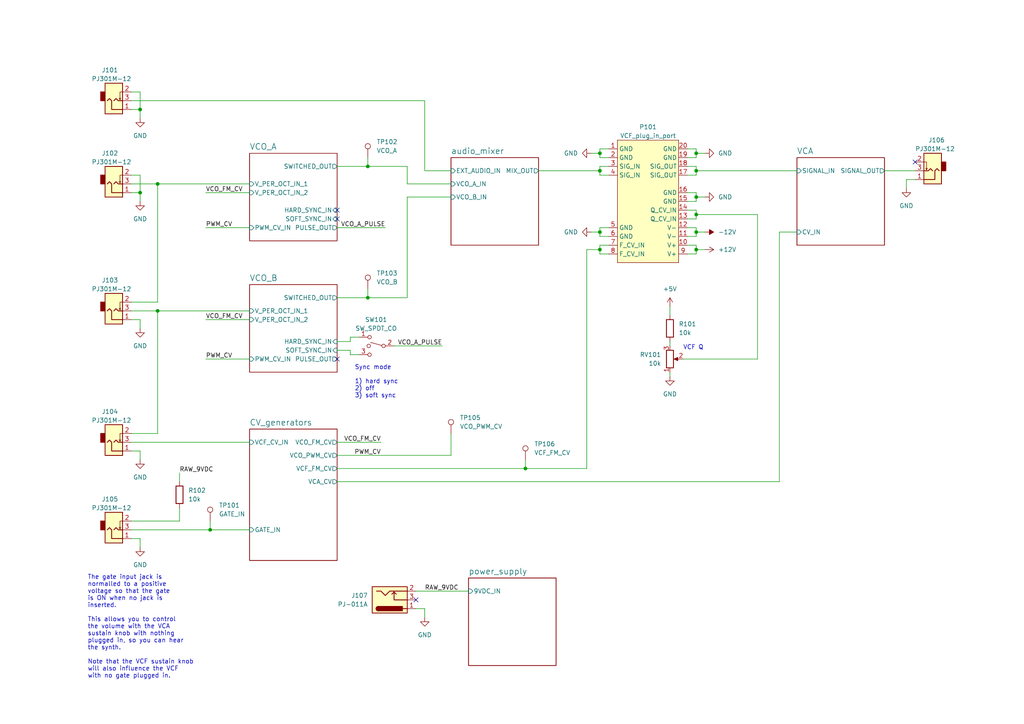
<source format=kicad_sch>
(kicad_sch (version 20211123) (generator eeschema)
  (paper "A4")
  (title_block (title "Micro-Pico Tiny Monosynth") (date "2022-08-28") (rev "0.1") (comment 1 "creativecommons.org/licences/by/4.0") (comment 2 "Licence: CC by 4.0") (comment 3 "Author: Jordan Aceto"))
  (lib_symbols
    (symbol "Connector:TestPoint" (pin_numbers hide) (pin_names (offset 0.762) hide)
      (property "Reference" "TP" (at 0 6.858 0))
      (property "Value" "TestPoint" (at 0 5.08 0))
      (symbol "TestPoint_0_1"
        (circle (center 0 3.302) (radius 0.762))
      )
      (symbol "TestPoint_1_1"
        (pin passive line (at 0 0 90) (length 2.54) (name "1") (number "1"))
      )
    )
    (symbol "Device:R" (pin_numbers hide) (pin_names (offset 0))
      (property "Reference" "R" (at 2.032 0 90))
      (property "Value" "R" (at 0 0 90))
      (symbol "R_0_1"
        (rectangle (start -1.016 -2.54) (end 1.016 2.54) (stroke (width 0.254)))
      )
      (symbol "R_1_1"
        (pin passive line (at 0 3.81 270) (length 1.27) (name "~") (number "1"))
        (pin passive line (at 0 -3.81 90) (length 1.27) (name "~") (number "2"))
      )
    )
    (symbol "Device:R_Potentiometer" (pin_names (offset 1.016) hide)
      (property "Reference" "RV" (at -4.445 0 90))
      (property "Value" "R_Potentiometer" (at -2.54 0 90))
      (symbol "R_Potentiometer_0_1"
        (polyline (pts (xy 2.54 0) (xy 1.524 0)))
        (polyline (pts (xy 1.143 0) (xy 2.286 0.508) (xy 2.286 -0.508) (xy 1.143 0)) (fill (type outline)))
        (rectangle (start 1.016 2.54) (end -1.016 -2.54) (stroke (width 0.254)))
      )
      (symbol "R_Potentiometer_1_1"
        (pin passive line (at 0 3.81 270) (length 1.27) (name "1") (number "1"))
        (pin passive line (at 3.81 0 180) (length 1.27) (name "2") (number "2"))
        (pin passive line (at 0 -3.81 90) (length 1.27) (name "3") (number "3"))
      )
    )
    (symbol "Switch:SW_SPDT_MSM" (pin_names (offset 0) hide)
      (property "Reference" "SW" (at 0 5.08 0))
      (property "Value" "SW_SPDT_MSM" (at 0 -5.08 0))
      (symbol "SW_SPDT_MSM_0_0"
        (circle (center -2.032 0) (radius 0.508))
        (polyline (pts (xy -1.524 0.127) (xy 1.778 1.016)))
        (circle (center 2.032 -2.54) (radius 0.508))
      )
      (symbol "SW_SPDT_MSM_0_1"
        (circle (center 2.032 2.54) (radius 0.508))
        (circle (center 2.286 0) (radius 0.508))
      )
      (symbol "SW_SPDT_MSM_1_1"
        (pin passive line (at 5.08 2.54 180) (length 2.54) (name "1") (number "1"))
        (pin passive line (at -5.08 0 0) (length 2.54) (name "2") (number "2"))
        (pin passive line (at 5.08 -2.54 180) (length 2.54) (name "3") (number "3"))
      )
    )
    (symbol "custom_symbols:PJ-011A" (pin_names hide)
      (property "Reference" "J107" (at -6.35 1.2701 0))
      (property "Value" "PJ-011A" (at -6.35 -1.2699 0))
      (symbol "PJ-011A_0_1"
        (rectangle (start -5.08 3.81) (end 5.08 -3.81) (stroke (width 0.254)) (fill (type background)))
        (arc (start -3.302 3.175) (mid -3.937 2.54) (end -3.302 1.905) (stroke (width 0.254)))
        (arc (start -3.302 3.175) (mid -3.937 2.54) (end -3.302 1.905) (stroke (width 0.254)) (fill (type outline)))
        (polyline (pts (xy 1.27 -2.286) (xy 1.905 -1.651)) (stroke (width 0.254)))
        (polyline (pts (xy 5.08 2.54) (xy 3.81 2.54)) (stroke (width 0.254)))
        (polyline (pts (xy 5.08 0) (xy 1.27 0) (xy 1.27 -2.286) (xy 0.635 -1.651)) (stroke (width 0.254)))
        (polyline (pts (xy -3.81 -2.54) (xy -2.54 -2.54) (xy -1.27 -1.27) (xy 0 -2.54) (xy 2.54 -2.54) (xy 5.08 -2.54)) (stroke (width 0.254)))
        (rectangle (start 3.683 3.175) (end -3.302 1.905) (stroke (width 0.254)) (fill (type outline)))
      )
      (symbol "PJ-011A_1_1"
        (pin passive line (at 7.62 2.54 180) (length 2.54) (name "~") (number "1"))
        (pin passive line (at 7.62 -2.54 180) (length 2.54) (name "~") (number "2"))
        (pin passive line (at 7.62 0 180) (length 2.54) (name "~") (number "3"))
      )
    )
    (symbol "custom_symbols:PJ301M-12"
      (property "Reference" "J101" (at 1.27 10.16 0))
      (property "Value" "PJ301M-12" (at 6.35 7.62 0))
      (symbol "PJ301M-12_0_1"
        (rectangle (start -2.54 0) (end -3.81 -2.54) (stroke (width 0.254)) (fill (type outline)))
        (polyline (pts (xy 1.778 -0.254) (xy 2.032 -0.762)))
        (polyline (pts (xy 0 0) (xy 0.635 -0.635) (xy 1.27 0) (xy 2.54 0)) (stroke (width 0.254)))
        (polyline (pts (xy 2.54 -2.54) (xy 1.778 -2.54) (xy 1.778 -0.254) (xy 1.524 -0.762)))
        (polyline (pts (xy 2.54 2.54) (xy -0.635 2.54) (xy -0.635 0) (xy -1.27 -0.635) (xy -1.905 0)) (stroke (width 0.254)))
        (rectangle (start 2.54 3.81) (end -2.54 -5.08) (stroke (width 0.254)) (fill (type background)))
      )
      (symbol "PJ301M-12_1_1"
        (pin passive line (at 5.08 2.54 180) (length 2.54) (name "~") (number "1"))
        (pin passive line (at 5.08 -2.54 180) (length 2.54) (name "~") (number "2"))
        (pin passive line (at 5.08 0 180) (length 2.54) (name "~") (number "3"))
      )
    )
    (symbol "custom_symbols:VCF_plug_in_port"
      (property "Reference" "P" (at 0 22.86 0))
      (property "Value" "VCF_plug_in_port" (at 0 20.32 0))
      (symbol "VCF_plug_in_port_0_1"
        (rectangle (start -8.89 17.78) (end 8.89 -17.78) (fill (type background)))
      )
      (symbol "VCF_plug_in_port_1_1"
        (pin power_in line (at -11.43 15.24 0) (length 2.54) (name "GND") (number "1"))
        (pin power_in line (at 11.43 -12.7 180) (length 2.54) (name "V+") (number "10"))
        (pin power_in line (at 11.43 -10.16 180) (length 2.54) (name "V-") (number "11"))
        (pin power_in line (at 11.43 -7.62 180) (length 2.54) (name "V-") (number "12"))
        (pin input line (at 11.43 -5.08 180) (length 2.54) (name "Q_CV_IN") (number "13"))
        (pin input line (at 11.43 -2.54 180) (length 2.54) (name "Q_CV_IN") (number "14"))
        (pin power_in line (at 11.43 0 180) (length 2.54) (name "GND") (number "15"))
        (pin power_in line (at 11.43 2.54 180) (length 2.54) (name "GND") (number "16"))
        (pin passive line (at 11.43 7.62 180) (length 2.54) (name "SIG_OUT") (number "17"))
        (pin passive line (at 11.43 10.16 180) (length 2.54) (name "SIG_OUT") (number "18"))
        (pin input line (at 11.43 12.7 180) (length 2.54) (name "GND") (number "19"))
        (pin power_in line (at -11.43 12.7 0) (length 2.54) (name "GND") (number "2"))
        (pin input line (at 11.43 15.24 180) (length 2.54) (name "GND") (number "20"))
        (pin input line (at -11.43 10.16 0) (length 2.54) (name "SIG_IN") (number "3"))
        (pin input line (at -11.43 7.62 0) (length 2.54) (name "SIG_IN") (number "4"))
        (pin power_in line (at -11.43 -7.62 0) (length 2.54) (name "GND") (number "5"))
        (pin power_in line (at -11.43 -10.16 0) (length 2.54) (name "GND") (number "6"))
        (pin input line (at -11.43 -12.7 0) (length 2.54) (name "F_CV_IN") (number "7"))
        (pin input line (at -11.43 -15.24 0) (length 2.54) (name "F_CV_IN") (number "8"))
        (pin power_in line (at 11.43 -15.24 180) (length 2.54) (name "V+") (number "9"))
      )
    )
    (symbol "power:+12V" (power) (pin_names (offset 0))
      (property "Value" "+12V" (at 0 3.556 0))
      (symbol "+12V_0_1"
        (polyline (pts (xy -0.762 1.27) (xy 0 2.54)))
        (polyline (pts (xy 0 0) (xy 0 2.54)))
        (polyline (pts (xy 0 2.54) (xy 0.762 1.27)))
      )
      (symbol "+12V_1_1"
        (pin power_in line (at 0 0 90) (length 0) hide (name "+12V") (number "1"))
      )
    )
    (symbol "power:+5V" (power) (pin_names (offset 0))
      (property "Value" "+5V" (at 0 3.556 0))
      (symbol "+5V_0_1"
        (polyline (pts (xy -0.762 1.27) (xy 0 2.54)))
        (polyline (pts (xy 0 0) (xy 0 2.54)))
        (polyline (pts (xy 0 2.54) (xy 0.762 1.27)))
      )
      (symbol "+5V_1_1"
        (pin power_in line (at 0 0 90) (length 0) hide (name "+5V") (number "1"))
      )
    )
    (symbol "power:-12V" (power) (pin_names (offset 0))
      (property "Value" "-12V" (at 0 3.81 0))
      (symbol "-12V_0_0"
        (pin power_in line (at 0 0 90) (length 0) hide (name "-12V") (number "1"))
      )
      (symbol "-12V_0_1"
        (polyline (pts (xy 0 0) (xy 0 1.27) (xy 0.762 1.27) (xy 0 2.54) (xy -0.762 1.27) (xy 0 1.27)) (fill (type outline)))
      )
    )
    (symbol "power:GND" (power) (pin_names (offset 0))
      (property "Value" "GND" (at 0 -3.81 0))
      (symbol "GND_0_1"
        (polyline (pts (xy 0 0) (xy 0 -1.27) (xy 1.27 -1.27) (xy 0 -2.54) (xy -1.27 -1.27) (xy 0 -1.27)))
      )
      (symbol "GND_1_1"
        (pin power_in line (at 0 0 270) (length 0) hide (name "GND") (number "1"))
      )
    )
  )
  (junction (at 201.93 62.23))
  (junction (at 173.99 49.53))
  (junction (at 152.4 135.89))
  (junction (at 173.99 44.45))
  (junction (at 173.99 72.39))
  (junction (at 201.93 72.39))
  (junction (at 201.93 67.31))
  (junction (at 40.64 31.75))
  (junction (at 201.93 49.53))
  (junction (at 201.93 44.45))
  (junction (at 45.72 90.17))
  (junction (at 45.72 53.34))
  (junction (at 201.93 57.15))
  (junction (at 60.96 153.67))
  (junction (at 173.99 67.31))
  (junction (at 40.64 55.88))
  (junction (at 106.68 86.36))
  (junction (at 106.68 48.26))
  (no_connect (at 120.65 173.99))
  (no_connect (at 97.79 104.14))
  (no_connect (at 97.79 63.5))
  (no_connect (at 97.79 60.96))
  (no_connect (at 265.43 46.99))
  (wire (pts (xy 262.89 54.61) (xy 262.89 52.07)))
  (wire (pts (xy 194.31 99.06) (xy 194.31 100.33)))
  (wire (pts (xy 201.93 67.31) (xy 201.93 68.58)))
  (wire (pts (xy 201.93 62.23) (xy 201.93 63.5)))
  (wire (pts (xy 152.4 133.35) (xy 152.4 135.89)))
  (wire (pts (xy 38.1 125.73) (xy 45.72 125.73)))
  (wire (pts (xy 38.1 29.21) (xy 123.19 29.21)))
  (wire (pts (xy 199.39 63.5) (xy 201.93 63.5)))
  (wire (pts (xy 176.53 43.18) (xy 173.99 43.18)))
  (wire (pts (xy 170.18 72.39) (xy 173.99 72.39)))
  (wire (pts (xy 173.99 67.31) (xy 173.99 68.58)))
  (wire (pts (xy 120.65 171.45) (xy 135.89 171.45)))
  (wire (pts (xy 52.07 151.13) (xy 52.07 147.32)))
  (wire (pts (xy 130.81 125.73) (xy 130.81 132.08)))
  (wire (pts (xy 194.31 107.95) (xy 194.31 109.22)))
  (wire (pts (xy 201.93 43.18) (xy 201.93 44.45)))
  (wire (pts (xy 38.1 153.67) (xy 60.96 153.67)))
  (wire (pts (xy 40.64 95.25) (xy 40.64 92.71)))
  (wire (pts (xy 201.93 72.39) (xy 204.47 72.39)))
  (wire (pts (xy 176.53 45.72) (xy 173.99 45.72)))
  (wire (pts (xy 101.6 102.87) (xy 101.6 101.6)))
  (wire (pts (xy 97.79 101.6) (xy 101.6 101.6)))
  (wire (pts (xy 226.06 67.31) (xy 231.14 67.31)))
  (wire (pts (xy 38.1 87.63) (xy 45.72 87.63)))
  (wire (pts (xy 40.64 26.67) (xy 38.1 26.67)))
  (wire (pts (xy 45.72 87.63) (xy 45.72 53.34)))
  (wire (pts (xy 38.1 128.27) (xy 72.39 128.27)))
  (wire (pts (xy 60.96 153.67) (xy 72.39 153.67)))
  (wire (pts (xy 114.3 100.33) (xy 128.27 100.33)))
  (wire (pts (xy 123.19 49.53) (xy 123.19 29.21)))
  (wire (pts (xy 176.53 73.66) (xy 173.99 73.66)))
  (wire (pts (xy 194.31 88.9) (xy 194.31 91.44)))
  (wire (pts (xy 199.39 48.26) (xy 201.93 48.26)))
  (wire (pts (xy 173.99 72.39) (xy 173.99 73.66)))
  (wire (pts (xy 201.93 57.15) (xy 204.47 57.15)))
  (wire (pts (xy 106.68 83.82) (xy 106.68 86.36)))
  (wire (pts (xy 38.1 90.17) (xy 45.72 90.17)))
  (wire (pts (xy 40.64 55.88) (xy 40.64 50.8)))
  (wire (pts (xy 38.1 53.34) (xy 45.72 53.34)))
  (wire (pts (xy 45.72 53.34) (xy 72.39 53.34)))
  (wire (pts (xy 219.71 104.14) (xy 219.71 62.23)))
  (wire (pts (xy 106.68 45.72) (xy 106.68 48.26)))
  (wire (pts (xy 97.79 99.06) (xy 101.6 99.06)))
  (wire (pts (xy 97.79 48.26) (xy 106.68 48.26)))
  (wire (pts (xy 201.93 55.88) (xy 201.93 57.15)))
  (wire (pts (xy 176.53 50.8) (xy 173.99 50.8)))
  (wire (pts (xy 176.53 66.04) (xy 173.99 66.04)))
  (wire (pts (xy 199.39 50.8) (xy 201.93 50.8)))
  (wire (pts (xy 170.18 135.89) (xy 170.18 72.39)))
  (wire (pts (xy 201.93 44.45) (xy 201.93 45.72)))
  (wire (pts (xy 97.79 86.36) (xy 106.68 86.36)))
  (wire (pts (xy 106.68 48.26) (xy 118.11 48.26)))
  (wire (pts (xy 199.39 45.72) (xy 201.93 45.72)))
  (wire (pts (xy 201.93 44.45) (xy 204.47 44.45)))
  (wire (pts (xy 40.64 133.35) (xy 40.64 130.81)))
  (wire (pts (xy 40.64 31.75) (xy 40.64 26.67)))
  (wire (pts (xy 199.39 58.42) (xy 201.93 58.42)))
  (wire (pts (xy 256.54 49.53) (xy 265.43 49.53)))
  (wire (pts (xy 97.79 66.04) (xy 111.76 66.04)))
  (wire (pts (xy 152.4 135.89) (xy 170.18 135.89)))
  (wire (pts (xy 72.39 66.04) (xy 59.69 66.04)))
  (wire (pts (xy 104.14 102.87) (xy 101.6 102.87)))
  (wire (pts (xy 201.93 49.53) (xy 201.93 50.8)))
  (wire (pts (xy 72.39 104.14) (xy 59.69 104.14)))
  (wire (pts (xy 118.11 57.15) (xy 130.81 57.15)))
  (wire (pts (xy 199.39 55.88) (xy 201.93 55.88)))
  (wire (pts (xy 72.39 55.88) (xy 59.69 55.88)))
  (wire (pts (xy 123.19 176.53) (xy 120.65 176.53)))
  (wire (pts (xy 173.99 44.45) (xy 171.45 44.45)))
  (wire (pts (xy 201.93 60.96) (xy 201.93 62.23)))
  (wire (pts (xy 40.64 55.88) (xy 38.1 55.88)))
  (wire (pts (xy 123.19 179.07) (xy 123.19 176.53)))
  (wire (pts (xy 118.11 48.26) (xy 118.11 53.34)))
  (wire (pts (xy 219.71 62.23) (xy 201.93 62.23)))
  (wire (pts (xy 38.1 151.13) (xy 52.07 151.13)))
  (wire (pts (xy 173.99 66.04) (xy 173.99 67.31)))
  (wire (pts (xy 40.64 156.21) (xy 38.1 156.21)))
  (wire (pts (xy 198.12 104.14) (xy 219.71 104.14)))
  (wire (pts (xy 101.6 97.79) (xy 104.14 97.79)))
  (wire (pts (xy 173.99 67.31) (xy 171.45 67.31)))
  (wire (pts (xy 201.93 57.15) (xy 201.93 58.42)))
  (wire (pts (xy 201.93 67.31) (xy 204.47 67.31)))
  (wire (pts (xy 40.64 31.75) (xy 38.1 31.75)))
  (wire (pts (xy 199.39 43.18) (xy 201.93 43.18)))
  (wire (pts (xy 106.68 86.36) (xy 118.11 86.36)))
  (wire (pts (xy 97.79 139.7) (xy 226.06 139.7)))
  (wire (pts (xy 173.99 49.53) (xy 173.99 50.8)))
  (wire (pts (xy 72.39 92.71) (xy 59.69 92.71)))
  (wire (pts (xy 118.11 86.36) (xy 118.11 57.15)))
  (wire (pts (xy 97.79 128.27) (xy 110.49 128.27)))
  (wire (pts (xy 262.89 52.07) (xy 265.43 52.07)))
  (wire (pts (xy 173.99 44.45) (xy 173.99 45.72)))
  (wire (pts (xy 97.79 132.08) (xy 130.81 132.08)))
  (wire (pts (xy 199.39 73.66) (xy 201.93 73.66)))
  (wire (pts (xy 45.72 90.17) (xy 72.39 90.17)))
  (wire (pts (xy 52.07 137.16) (xy 52.07 139.7)))
  (wire (pts (xy 201.93 48.26) (xy 201.93 49.53)))
  (wire (pts (xy 199.39 66.04) (xy 201.93 66.04)))
  (wire (pts (xy 201.93 66.04) (xy 201.93 67.31)))
  (wire (pts (xy 199.39 60.96) (xy 201.93 60.96)))
  (wire (pts (xy 173.99 71.12) (xy 173.99 72.39)))
  (wire (pts (xy 173.99 43.18) (xy 173.99 44.45)))
  (wire (pts (xy 40.64 130.81) (xy 38.1 130.81)))
  (wire (pts (xy 40.64 34.29) (xy 40.64 31.75)))
  (wire (pts (xy 176.53 71.12) (xy 173.99 71.12)))
  (wire (pts (xy 40.64 50.8) (xy 38.1 50.8)))
  (wire (pts (xy 176.53 48.26) (xy 173.99 48.26)))
  (wire (pts (xy 173.99 48.26) (xy 173.99 49.53)))
  (wire (pts (xy 199.39 68.58) (xy 201.93 68.58)))
  (wire (pts (xy 45.72 90.17) (xy 45.72 125.73)))
  (wire (pts (xy 38.1 92.71) (xy 40.64 92.71)))
  (wire (pts (xy 97.79 135.89) (xy 152.4 135.89)))
  (wire (pts (xy 176.53 68.58) (xy 173.99 68.58)))
  (wire (pts (xy 199.39 71.12) (xy 201.93 71.12)))
  (wire (pts (xy 201.93 49.53) (xy 231.14 49.53)))
  (wire (pts (xy 40.64 58.42) (xy 40.64 55.88)))
  (wire (pts (xy 118.11 53.34) (xy 130.81 53.34)))
  (wire (pts (xy 40.64 158.75) (xy 40.64 156.21)))
  (wire (pts (xy 130.81 49.53) (xy 123.19 49.53)))
  (wire (pts (xy 201.93 71.12) (xy 201.93 72.39)))
  (wire (pts (xy 60.96 151.13) (xy 60.96 153.67)))
  (wire (pts (xy 226.06 139.7) (xy 226.06 67.31)))
  (wire (pts (xy 201.93 72.39) (xy 201.93 73.66)))
  (wire (pts (xy 156.21 49.53) (xy 173.99 49.53)))
  (wire (pts (xy 101.6 99.06) (xy 101.6 97.79)))
  (text "Sync mode\n\n1) hard sync\n2) off\n3) soft sync" (at 102.87 115.57 0) (effects (font (size 1.27 1.27)) (justify left bottom)))
  (text "VCF Q" (at 198.12 101.6 0) (effects (font (size 1.27 1.27)) (justify left bottom)))
  (text "The gate input jack is\nnormalled to a positive\nvoltage so that the gate\nis ON when no jack is \ninserted.\n\nThis allows you to control\nthe volume with the VCA \nsustain knob with nothing\nplugged in, so you can hear\nthe synth.\n\nNote that the VCF sustain knob\nwill also influence the VCF \nwith no gate plugged in." (at 25.4 196.85 0) (effects (font (size 1.27 1.27)) (justify left bottom)))
  (label "VCO_FM_CV" (at 110.49 128.27 180))
  (label "VCO_A_PULSE" (at 128.27 100.33 180))
  (label "RAW_9VDC" (at 52.07 137.16 0))
  (label "RAW_9VDC" (at 123.19 171.45 0))
  (label "PWM_CV" (at 110.49 132.08 180))
  (label "PWM_CV" (at 59.69 66.04 0))
  (label "VCO_A_PULSE" (at 111.76 66.04 180))
  (label "VCO_FM_CV" (at 59.69 55.88 0))
  (label "VCO_FM_CV" (at 59.69 92.71 0))
  (label "PWM_CV" (at 59.69 104.14 0))
  (symbol (lib_id "custom_symbols:PJ301M-12") (at 33.02 29.21 0) (mirror x) (unit 1)
    (property "Reference" "J101" (at 34.29 20.32 0) (effects (justify right)))
    (property "Value" "PJ301M-12" (at 38.1 22.86 0) (effects (justify right)))
    (property "Footprint" "custom_footprints:PJ301M-12" (effects hide))
  )
  (symbol (lib_id "custom_symbols:PJ301M-12") (at 270.51 49.53 180) (unit 1)
    (property "Reference" "J106" (at 269.24 40.64 0) (effects (justify right)))
    (property "Value" "PJ301M-12" (at 265.43 43.18 0) (effects (justify right)))
    (property "Footprint" "custom_footprints:PJ301M-12" (effects hide))
  )
  (symbol (lib_id "power:GND") (at 40.64 133.35 0) (mirror y) (unit 1)
    (property "Reference" "#PWR0104" (effects hide))
    (property "Value" "GND" (at 40.64 138.43 0))
  )
  (symbol (lib_id "custom_symbols:PJ301M-12") (at 33.02 90.17 0) (mirror x) (unit 1)
    (property "Reference" "J103" (at 34.29 81.28 0) (effects (justify right)))
    (property "Value" "PJ301M-12" (at 38.1 83.82 0) (effects (justify right)))
    (property "Footprint" "custom_footprints:PJ301M-12" (effects hide))
  )
  (symbol (lib_id "Device:R") (at 52.07 143.51 0) (unit 1)
    (property "Reference" "R102" (at 54.61 142.2399 0) (effects (justify left)))
    (property "Value" "10k" (at 54.61 144.7799 0) (effects (justify left)))
    (property "Footprint" "Resistor_SMD:R_0603_1608Metric" (effects hide))
  )
  (symbol (lib_id "power:+12V") (at 204.47 72.39 270) (unit 1)
    (property "Reference" "#PWR0113" (effects hide))
    (property "Value" "+12V" (at 208.28 72.3899 90) (effects (justify left)))
  )
  (symbol (lib_id "power:GND") (at 171.45 67.31 270) (unit 1)
    (property "Reference" "#PWR0108" (effects hide))
    (property "Value" "GND" (at 167.64 67.3101 90) (effects (justify right)))
  )
  (symbol (lib_id "power:+5V") (at 194.31 88.9 0) (unit 1)
    (property "Reference" "#PWR0137" (effects hide))
    (property "Value" "+5V" (at 194.31 83.82 0))
  )
  (symbol (lib_id "power:GND") (at 204.47 44.45 90) (unit 1)
    (property "Reference" "#PWR0110" (effects hide))
    (property "Value" "GND" (at 208.28 44.4499 90) (effects (justify right)))
  )
  (symbol (lib_id "power:GND") (at 204.47 57.15 90) (unit 1)
    (property "Reference" "#PWR0111" (effects hide))
    (property "Value" "GND" (at 208.28 57.1499 90) (effects (justify right)))
  )
  (symbol (lib_id "power:GND") (at 40.64 158.75 0) (mirror y) (unit 1)
    (property "Reference" "#PWR0105" (effects hide))
    (property "Value" "GND" (at 40.64 163.83 0))
  )
  (symbol (lib_id "Connector:TestPoint") (at 106.68 45.72 0) (unit 1) (in_bom no)
    (property "Reference" "TP102" (at 109.22 41.1479 0) (effects (justify left)))
    (property "Value" "VCO_A" (at 109.22 43.6879 0) (effects (justify left)))
    (property "Footprint" "TestPoint:TestPoint_Keystone_5000-5004_Miniature" (effects hide))
  )
  (symbol (lib_id "power:GND") (at 171.45 44.45 270) (unit 1)
    (property "Reference" "#PWR0107" (effects hide))
    (property "Value" "GND" (at 167.64 44.4501 90) (effects (justify right)))
  )
  (symbol (lib_id "custom_symbols:PJ301M-12") (at 33.02 128.27 0) (mirror x) (unit 1)
    (property "Reference" "J104" (at 34.29 119.38 0) (effects (justify right)))
    (property "Value" "PJ301M-12" (at 38.1 121.92 0) (effects (justify right)))
    (property "Footprint" "custom_footprints:PJ301M-12" (effects hide))
  )
  (symbol (lib_id "power:GND") (at 194.31 109.22 0) (unit 1)
    (property "Reference" "#PWR0109" (effects hide))
    (property "Value" "GND" (at 194.31 114.3 0))
  )
  (symbol (lib_id "power:-12V") (at 204.47 67.31 270) (unit 1)
    (property "Reference" "#PWR0112" (effects hide))
    (property "Value" "-12V" (at 208.28 67.3099 90) (effects (justify left)))
  )
  (symbol (lib_id "Connector:TestPoint") (at 152.4 133.35 0) (unit 1) (in_bom no)
    (property "Reference" "TP106" (at 154.94 128.7779 0) (effects (justify left)))
    (property "Value" "VCF_FM_CV" (at 154.94 131.3179 0) (effects (justify left)))
    (property "Footprint" "TestPoint:TestPoint_Keystone_5000-5004_Miniature" (effects hide))
  )
  (symbol (lib_id "custom_symbols:PJ-011A") (at 113.03 173.99 0) (mirror x) (unit 1)
    (property "Reference" "J107" (at 106.68 172.7199 0) (effects (justify right)))
    (property "Value" "PJ-011A" (at 106.68 175.2599 0) (effects (justify right)))
    (property "Footprint" "custom_footprints:CUI_PJ-011A" (effects hide))
  )
  (symbol (lib_id "custom_symbols:VCF_plug_in_port") (at 187.96 58.42 0) (unit 1)
    (property "Reference" "P101" (at 187.96 36.83 0))
    (property "Value" "VCF_plug_in_port" (at 187.96 39.37 0))
    (property "Footprint" "custom_footprints:VCF_plug_in_port" (effects hide))
  )
  (symbol (lib_id "Device:R_Potentiometer") (at 194.31 104.14 0) (mirror x) (unit 1)
    (property "Reference" "RV101" (at 191.77 102.8699 0) (effects (justify right)))
    (property "Value" "10k" (at 191.77 105.4099 0) (effects (justify right)))
    (property "Footprint" "custom_footprints:Alpha_RD901F" (effects hide))
  )
  (symbol (lib_id "Switch:SW_SPDT_MSM") (at 109.22 100.33 0) (mirror y) (unit 1)
    (property "Reference" "SW101" (at 109.093 92.71 0))
    (property "Value" "SW_SPDT_CO" (at 109.093 95.25 0))
    (property "Footprint" "custom_footprints:SPDT_mini_toggle" (effects hide))
  )
  (symbol (lib_id "power:GND") (at 123.19 179.07 0) (mirror y) (unit 1)
    (property "Reference" "#PWR0106" (effects hide))
    (property "Value" "GND" (at 123.19 184.15 0))
  )
  (symbol (lib_id "custom_symbols:PJ301M-12") (at 33.02 53.34 0) (mirror x) (unit 1)
    (property "Reference" "J102" (at 34.29 44.45 0) (effects (justify right)))
    (property "Value" "PJ301M-12" (at 38.1 46.99 0) (effects (justify right)))
    (property "Footprint" "custom_footprints:PJ301M-12" (effects hide))
  )
  (symbol (lib_id "Device:R") (at 194.31 95.25 0) (unit 1)
    (property "Reference" "R101" (at 196.85 93.9799 0) (effects (justify left)))
    (property "Value" "10k" (at 196.85 96.5199 0) (effects (justify left)))
    (property "Footprint" "Resistor_SMD:R_0603_1608Metric" (effects hide))
  )
  (symbol (lib_id "power:GND") (at 262.89 54.61 0) (unit 1)
    (property "Reference" "#PWR0114" (effects hide))
    (property "Value" "GND" (at 262.89 59.69 0))
  )
  (symbol (lib_id "custom_symbols:PJ301M-12") (at 33.02 153.67 0) (mirror x) (unit 1)
    (property "Reference" "J105" (at 34.29 144.78 0) (effects (justify right)))
    (property "Value" "PJ301M-12" (at 38.1 147.32 0) (effects (justify right)))
    (property "Footprint" "custom_footprints:PJ301M-12" (effects hide))
  )
  (symbol (lib_id "power:GND") (at 40.64 34.29 0) (mirror y) (unit 1)
    (property "Reference" "#PWR0101" (effects hide))
    (property "Value" "GND" (at 40.64 39.37 0))
  )
  (symbol (lib_id "Connector:TestPoint") (at 130.81 125.73 0) (unit 1) (in_bom no)
    (property "Reference" "TP105" (at 133.35 121.1579 0) (effects (justify left)))
    (property "Value" "VCO_PWM_CV" (at 133.35 123.6979 0) (effects (justify left)))
    (property "Footprint" "TestPoint:TestPoint_Keystone_5000-5004_Miniature" (effects hide))
  )
  (symbol (lib_id "Connector:TestPoint") (at 106.68 83.82 0) (unit 1) (in_bom no)
    (property "Reference" "TP103" (at 109.22 79.2479 0) (effects (justify left)))
    (property "Value" "VCO_B" (at 109.22 81.7879 0) (effects (justify left)))
    (property "Footprint" "TestPoint:TestPoint_Keystone_5000-5004_Miniature" (effects hide))
  )
  (symbol (lib_id "Connector:TestPoint") (at 60.96 151.13 0) (unit 1) (in_bom no)
    (property "Reference" "TP101" (at 63.5 146.5579 0) (effects (justify left)))
    (property "Value" "GATE_IN" (at 63.5 149.0979 0) (effects (justify left)))
    (property "Footprint" "TestPoint:TestPoint_Keystone_5000-5004_Miniature" (effects hide))
  )
  (symbol (lib_id "power:GND") (at 40.64 95.25 0) (mirror y) (unit 1)
    (property "Reference" "#PWR0103" (effects hide))
    (property "Value" "GND" (at 40.64 100.33 0))
  )
  (symbol (lib_id "power:GND") (at 40.64 58.42 0) (mirror y) (unit 1)
    (property "Reference" "#PWR0102" (effects hide))
    (property "Value" "GND" (at 40.64 63.5 0))
  )
  (sheet (at 72.39 44.45) (size 25.4 25.4) (stroke (width 0.1524))
    (property "Sheet name" "VCO_A" (at 72.39 43.5234 0) (effects (font (size 1.7 1.7)) (justify left bottom)))
    (property "Sheet file" "VCO.kicad_sch" (effects hide))
    (pin "PWM_CV_IN" input (at 72.39 66.04 180))
    (pin "PULSE_OUT" output (at 97.79 66.04 0))
    (pin "SWITCHED_OUT" output (at 97.79 48.26 0))
    (pin "V_PER_OCT_IN_2" input (at 72.39 55.88 180))
    (pin "V_PER_OCT_IN_1" input (at 72.39 53.34 180))
    (pin "SOFT_SYNC_IN" input (at 97.79 63.5 0))
    (pin "HARD_SYNC_IN" input (at 97.79 60.96 0))
  )
  (sheet (at 72.39 124.46) (size 25.4 38.1) (stroke (width 0.1524))
    (property "Sheet name" "CV_generators" (at 72.39 123.5334 0) (effects (font (size 1.7 1.7)) (justify left bottom)))
    (property "Sheet file" "CV_generators.kicad_sch" (effects hide))
    (pin "VCF_CV_IN" input (at 72.39 128.27 180))
    (pin "GATE_IN" input (at 72.39 153.67 180))
    (pin "VCA_CV" output (at 97.79 139.7 0))
    (pin "VCF_FM_CV" output (at 97.79 135.89 0))
    (pin "VCO_FM_CV" output (at 97.79 128.27 0))
    (pin "VCO_PWM_CV" output (at 97.79 132.08 0))
  )
  (sheet (at 72.39 82.55) (size 25.4 25.4) (stroke (width 0.1524))
    (property "Sheet name" "VCO_B" (at 72.39 81.6234 0) (effects (font (size 1.7 1.7)) (justify left bottom)))
    (property "Sheet file" "VCO.kicad_sch" (effects hide))
    (pin "PWM_CV_IN" input (at 72.39 104.14 180))
    (pin "SOFT_SYNC_IN" input (at 97.79 101.6 0))
    (pin "HARD_SYNC_IN" input (at 97.79 99.06 0))
    (pin "SWITCHED_OUT" output (at 97.79 86.36 0))
    (pin "V_PER_OCT_IN_2" input (at 72.39 92.71 180))
    (pin "V_PER_OCT_IN_1" input (at 72.39 90.17 180))
    (pin "PULSE_OUT" output (at 97.79 104.14 0))
  )
  (sheet (at 130.81 45.72) (size 25.4 25.4) (stroke (width 0.1524))
    (property "Sheet name" "audio_mixer" (at 130.81 44.7934 0) (effects (font (size 1.7 1.7)) (justify left bottom)))
    (property "Sheet file" "audio_mixer.kicad_sch" (effects hide))
    (pin "MIX_OUT" output (at 156.21 49.53 0))
    (pin "EXT_AUDIO_IN" input (at 130.81 49.53 180))
    (pin "VCO_A_IN" input (at 130.81 53.34 180))
    (pin "VCO_B_IN" input (at 130.81 57.15 180))
  )
  (sheet (at 135.89 167.64) (size 25.4 25.4) (stroke (width 0.1524))
    (property "Sheet name" "power_supply" (at 135.89 166.7134 0) (effects (font (size 1.7 1.7)) (justify left bottom)))
    (property "Sheet file" "power_supply.kicad_sch" (effects hide))
    (pin "9VDC_IN" input (at 135.89 171.45 180))
  )
  (sheet (at 231.14 45.72) (size 25.4 25.4) (stroke (width 0.1524))
    (property "Sheet name" "VCA" (at 231.14 44.7934 0) (effects (font (size 1.7 1.7)) (justify left bottom)))
    (property "Sheet file" "VCA.kicad_sch" (effects hide))
    (pin "CV_IN" input (at 231.14 67.31 180))
    (pin "SIGNAL_IN" input (at 231.14 49.53 180))
    (pin "SIGNAL_OUT" output (at 256.54 49.53 0))
  )
)
</source>
